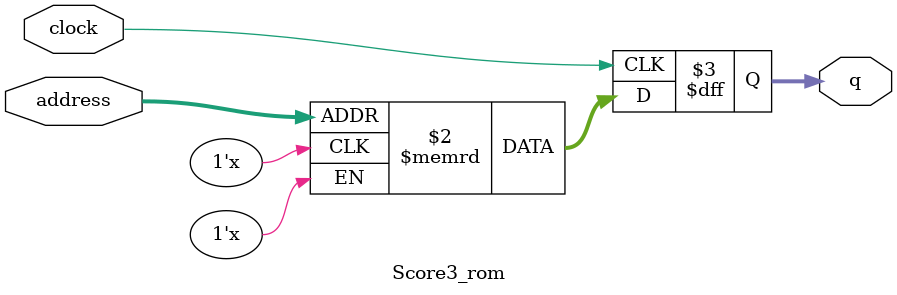
<source format=sv>
module Score3_rom (
	input logic clock,
	input logic [7:0] address,
	output logic [3:0] q
);

logic [3:0] memory [0:255] /* synthesis ram_init_file = "./Score3/Score3.mif" */;

always_ff @ (posedge clock) begin
	q <= memory[address];
end

endmodule

</source>
